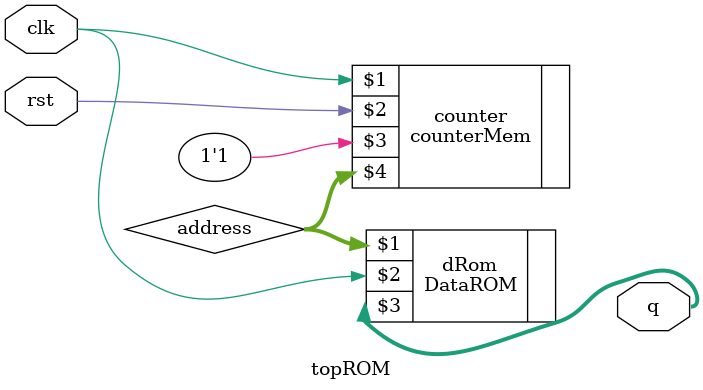
<source format=sv>
module topROM (input clk, rst,output logic [7:0] q);
	
	logic [7:0] address;
	
	counterMem counter (clk, rst, 1'b1, address);
	DataROM dRom (address, clk, q);
	
endmodule
</source>
